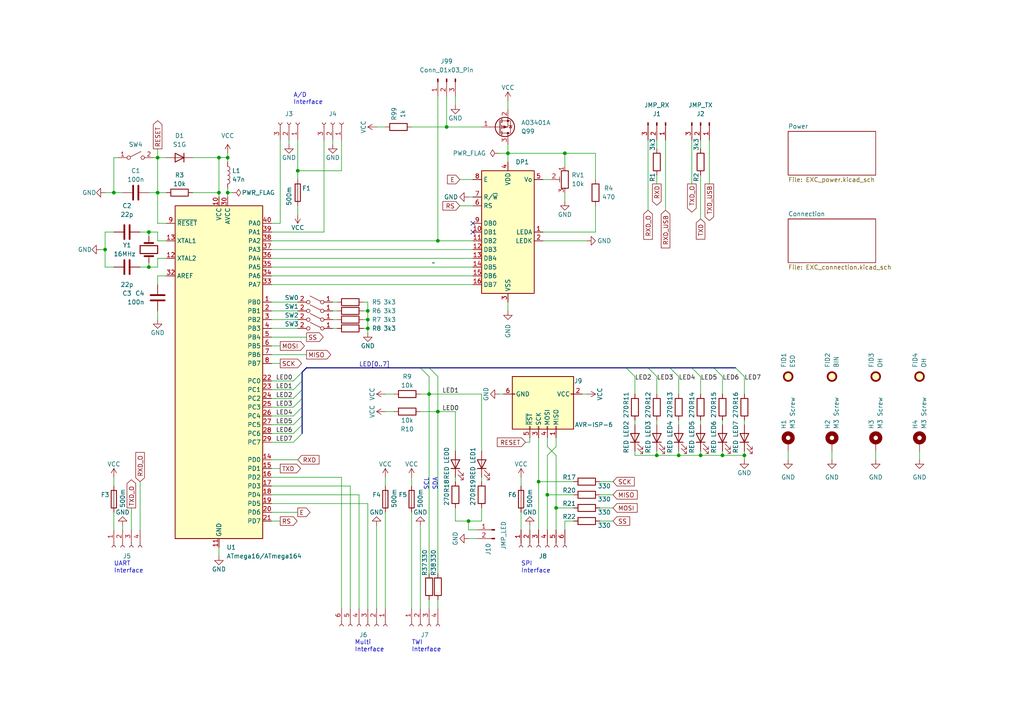
<source format=kicad_sch>
(kicad_sch (version 20230121) (generator eeschema)
  (paper "A4")
  (title_block (title "${acronym} - ${title}") (date "${date}") (rev "${revision}") (company "${company}") (comment 1 "${creator}") (comment 2 "${license}"))
  (junction (at 156.21 139.7))
  (junction (at 147.32 44.45))
  (junction (at 209.55 132.08))
  (junction (at 190.5 132.08))
  (junction (at 106.68 92.71))
  (junction (at 86.36 49.53))
  (junction (at 203.2 132.08))
  (junction (at 45.72 45.72))
  (junction (at 196.85 132.08))
  (junction (at 127 69.85))
  (junction (at 106.68 95.25))
  (junction (at 33.02 55.88))
  (junction (at 45.72 55.88))
  (junction (at 124.46 114.3))
  (junction (at 129.54 36.83))
  (junction (at 66.04 45.72))
  (junction (at 43.18 77.47))
  (junction (at 127 119.38))
  (junction (at 43.18 67.31))
  (junction (at 66.04 55.88))
  (junction (at 106.68 90.17))
  (junction (at 135.89 151.13))
  (junction (at 163.83 44.45))
  (junction (at 161.29 147.32))
  (junction (at 63.5 45.72))
  (junction (at 63.5 55.88))
  (junction (at 30.48 72.39))
  (junction (at 215.9 132.08))
  (junction (at 158.75 143.51))
  (no_connect (at 137.16 64.77))
  (no_connect (at 137.16 67.31))
  (bus_entry (at 85.09 115.57) (size 2.54 -2.54))
  (bus_entry (at 200.66 106.68) (size 2.54 2.54))
  (bus_entry (at 187.96 106.68) (size 2.54 2.54))
  (bus_entry (at 124.46 106.68) (size 2.54 2.54))
  (bus_entry (at 85.09 123.19) (size 2.54 -2.54))
  (bus_entry (at 85.09 125.73) (size 2.54 -2.54))
  (bus_entry (at 85.09 120.65) (size 2.54 -2.54))
  (bus_entry (at 121.92 106.68) (size 2.54 2.54))
  (bus_entry (at 207.01 106.68) (size 2.54 2.54))
  (bus_entry (at 85.09 118.11) (size 2.54 -2.54))
  (bus_entry (at 213.36 106.68) (size 2.54 2.54))
  (bus_entry (at 194.31 106.68) (size 2.54 2.54))
  (bus_entry (at 181.61 106.68) (size 2.54 2.54))
  (bus_entry (at 85.09 113.03) (size 2.54 -2.54))
  (bus_entry (at 85.09 110.49) (size 2.54 -2.54))
  (bus_entry (at 85.09 128.27) (size 2.54 -2.54))
  (wire (pts (xy 151.13 138.43) (xy 151.13 140.97)))
  (wire (pts (xy 48.26 74.93) (xy 45.72 74.93)))
  (wire (pts (xy 135.89 151.13) (xy 135.89 153.67)))
  (wire (pts (xy 196.85 121.92) (xy 196.85 123.19)))
  (wire (pts (xy 158.75 143.51) (xy 166.37 143.51)))
  (wire (pts (xy 63.5 55.88) (xy 63.5 57.15)))
  (wire (pts (xy 45.72 43.18) (xy 45.72 45.72)))
  (wire (pts (xy 193.04 60.96) (xy 193.04 40.64)))
  (wire (pts (xy 209.55 109.22) (xy 209.55 114.3)))
  (wire (pts (xy 111.76 138.43) (xy 111.76 140.97)))
  (wire (pts (xy 190.5 43.18) (xy 190.5 40.64)))
  (wire (pts (xy 78.74 133.35) (xy 86.36 133.35)))
  (wire (pts (xy 200.66 53.34) (xy 200.66 40.64)))
  (wire (pts (xy 215.9 132.08) (xy 215.9 133.35)))
  (wire (pts (xy 43.18 77.47) (xy 45.72 77.47)))
  (wire (pts (xy 135.89 153.67) (xy 138.43 153.67)))
  (wire (pts (xy 170.18 114.3) (xy 168.91 114.3)))
  (wire (pts (xy 78.74 74.93) (xy 137.16 74.93)))
  (wire (pts (xy 86.36 52.07) (xy 86.36 49.53)))
  (wire (pts (xy 135.89 156.21) (xy 138.43 156.21)))
  (wire (pts (xy 124.46 114.3) (xy 124.46 166.37)))
  (wire (pts (xy 161.29 147.32) (xy 166.37 147.32)))
  (wire (pts (xy 163.83 151.13) (xy 166.37 151.13)))
  (wire (pts (xy 78.74 135.89) (xy 81.28 135.89)))
  (wire (pts (xy 121.92 119.38) (xy 127 119.38)))
  (wire (pts (xy 105.41 90.17) (xy 106.68 90.17)))
  (wire (pts (xy 153.67 152.4) (xy 153.67 153.67)))
  (wire (pts (xy 96.52 87.63) (xy 97.79 87.63)))
  (wire (pts (xy 78.74 146.05) (xy 106.68 146.05)))
  (wire (pts (xy 132.08 27.94) (xy 132.08 30.48)))
  (wire (pts (xy 86.36 49.53) (xy 99.06 49.53)))
  (wire (pts (xy 30.48 77.47) (xy 33.02 77.47)))
  (bus (pts (xy 124.46 106.68) (xy 181.61 106.68)))
  (wire (pts (xy 106.68 92.71) (xy 106.68 95.25)))
  (wire (pts (xy 158.75 129.54) (xy 161.29 132.08)))
  (wire (pts (xy 124.46 173.99) (xy 124.46 176.53)))
  (wire (pts (xy 132.08 147.32) (xy 132.08 151.13)))
  (wire (pts (xy 147.32 90.17) (xy 147.32 87.63)))
  (wire (pts (xy 101.6 140.97) (xy 101.6 176.53)))
  (wire (pts (xy 96.52 90.17) (xy 97.79 90.17)))
  (wire (pts (xy 119.38 138.43) (xy 119.38 140.97)))
  (wire (pts (xy 157.48 67.31) (xy 172.72 67.31)))
  (wire (pts (xy 78.74 97.79) (xy 88.9 97.79)))
  (wire (pts (xy 163.83 48.26) (xy 163.83 44.45)))
  (bus (pts (xy 87.63 113.03) (xy 87.63 115.57)))
  (wire (pts (xy 33.02 45.72) (xy 33.02 55.88)))
  (wire (pts (xy 215.9 130.81) (xy 215.9 132.08)))
  (bus (pts (xy 88.9 106.68) (xy 121.92 106.68)))
  (wire (pts (xy 139.7 147.32) (xy 139.7 151.13)))
  (wire (pts (xy 78.74 151.13) (xy 81.28 151.13)))
  (wire (pts (xy 33.02 148.59) (xy 33.02 153.67)))
  (wire (pts (xy 109.22 152.4) (xy 109.22 176.53)))
  (wire (pts (xy 158.75 132.08) (xy 158.75 143.51)))
  (wire (pts (xy 127 119.38) (xy 132.08 119.38)))
  (wire (pts (xy 78.74 95.25) (xy 86.36 95.25)))
  (wire (pts (xy 153.67 128.27) (xy 153.67 127)))
  (wire (pts (xy 38.1 147.32) (xy 38.1 153.67)))
  (wire (pts (xy 78.74 102.87) (xy 88.9 102.87)))
  (wire (pts (xy 45.72 74.93) (xy 45.72 77.47)))
  (wire (pts (xy 78.74 69.85) (xy 127 69.85)))
  (wire (pts (xy 158.75 127) (xy 158.75 129.54)))
  (wire (pts (xy 196.85 130.81) (xy 196.85 132.08)))
  (wire (pts (xy 132.08 151.13) (xy 135.89 151.13)))
  (wire (pts (xy 147.32 29.21) (xy 147.32 31.75)))
  (wire (pts (xy 127 173.99) (xy 127 176.53)))
  (wire (pts (xy 190.5 121.92) (xy 190.5 123.19)))
  (wire (pts (xy 127 119.38) (xy 127 166.37)))
  (wire (pts (xy 43.18 55.88) (xy 45.72 55.88)))
  (wire (pts (xy 55.88 45.72) (xy 63.5 45.72)))
  (wire (pts (xy 163.83 58.42) (xy 163.83 55.88)))
  (wire (pts (xy 184.15 121.92) (xy 184.15 123.19)))
  (wire (pts (xy 81.28 40.64) (xy 81.28 64.77)))
  (wire (pts (xy 34.29 45.72) (xy 33.02 45.72)))
  (wire (pts (xy 43.18 76.2) (xy 43.18 77.47)))
  (wire (pts (xy 63.5 45.72) (xy 63.5 55.88)))
  (wire (pts (xy 66.04 54.61) (xy 66.04 55.88)))
  (wire (pts (xy 266.7 130.81) (xy 266.7 133.35)))
  (wire (pts (xy 35.56 152.4) (xy 35.56 153.67)))
  (wire (pts (xy 45.72 45.72) (xy 48.26 45.72)))
  (wire (pts (xy 86.36 49.53) (xy 86.36 40.64)))
  (bus (pts (xy 87.63 110.49) (xy 87.63 113.03)))
  (wire (pts (xy 228.6 130.81) (xy 228.6 133.35)))
  (wire (pts (xy 29.21 72.39) (xy 30.48 72.39)))
  (wire (pts (xy 124.46 114.3) (xy 139.7 114.3)))
  (wire (pts (xy 173.99 139.7) (xy 177.8 139.7)))
  (wire (pts (xy 78.74 100.33) (xy 81.28 100.33)))
  (wire (pts (xy 161.29 127) (xy 161.29 129.54)))
  (wire (pts (xy 196.85 132.08) (xy 203.2 132.08)))
  (wire (pts (xy 78.74 110.49) (xy 85.09 110.49)))
  (wire (pts (xy 45.72 80.01) (xy 45.72 82.55)))
  (bus (pts (xy 87.63 107.95) (xy 87.63 110.49)))
  (wire (pts (xy 190.5 53.34) (xy 190.5 50.8)))
  (wire (pts (xy 83.82 41.91) (xy 83.82 40.64)))
  (wire (pts (xy 215.9 132.08) (xy 209.55 132.08)))
  (wire (pts (xy 121.92 114.3) (xy 124.46 114.3)))
  (wire (pts (xy 96.52 92.71) (xy 97.79 92.71)))
  (wire (pts (xy 78.74 92.71) (xy 86.36 92.71)))
  (wire (pts (xy 173.99 151.13) (xy 177.8 151.13)))
  (wire (pts (xy 205.74 53.34) (xy 205.74 40.64)))
  (wire (pts (xy 111.76 119.38) (xy 114.3 119.38)))
  (wire (pts (xy 105.41 92.71) (xy 106.68 92.71)))
  (wire (pts (xy 173.99 143.51) (xy 177.8 143.51)))
  (wire (pts (xy 157.48 69.85) (xy 170.18 69.85)))
  (wire (pts (xy 163.83 151.13) (xy 163.83 153.67)))
  (wire (pts (xy 215.9 121.92) (xy 215.9 123.19)))
  (wire (pts (xy 151.13 148.59) (xy 151.13 153.67)))
  (wire (pts (xy 133.35 59.69) (xy 137.16 59.69)))
  (wire (pts (xy 45.72 90.17) (xy 45.72 92.71)))
  (wire (pts (xy 43.18 67.31) (xy 43.18 68.58)))
  (wire (pts (xy 139.7 114.3) (xy 139.7 130.81)))
  (wire (pts (xy 147.32 44.45) (xy 163.83 44.45)))
  (wire (pts (xy 66.04 55.88) (xy 66.04 57.15)))
  (wire (pts (xy 78.74 138.43) (xy 99.06 138.43)))
  (wire (pts (xy 78.74 140.97) (xy 101.6 140.97)))
  (wire (pts (xy 144.78 114.3) (xy 146.05 114.3)))
  (wire (pts (xy 203.2 132.08) (xy 209.55 132.08)))
  (wire (pts (xy 203.2 43.18) (xy 203.2 40.64)))
  (wire (pts (xy 139.7 138.43) (xy 139.7 139.7)))
  (wire (pts (xy 119.38 148.59) (xy 119.38 176.53)))
  (wire (pts (xy 172.72 59.69) (xy 172.72 67.31)))
  (wire (pts (xy 40.64 139.7) (xy 40.64 153.67)))
  (wire (pts (xy 63.5 158.75) (xy 63.5 161.29)))
  (wire (pts (xy 43.18 67.31) (xy 45.72 67.31)))
  (wire (pts (xy 78.74 67.31) (xy 93.98 67.31)))
  (wire (pts (xy 203.2 109.22) (xy 203.2 114.3)))
  (wire (pts (xy 106.68 90.17) (xy 106.68 92.71)))
  (wire (pts (xy 104.14 143.51) (xy 104.14 176.53)))
  (wire (pts (xy 78.74 143.51) (xy 104.14 143.51)))
  (wire (pts (xy 78.74 128.27) (xy 85.09 128.27)))
  (wire (pts (xy 93.98 40.64) (xy 93.98 67.31)))
  (wire (pts (xy 196.85 109.22) (xy 196.85 114.3)))
  (wire (pts (xy 66.04 46.99) (xy 66.04 45.72)))
  (wire (pts (xy 135.89 57.15) (xy 137.16 57.15)))
  (wire (pts (xy 203.2 63.5) (xy 203.2 50.8)))
  (wire (pts (xy 163.83 44.45) (xy 172.72 44.45)))
  (wire (pts (xy 45.72 55.88) (xy 48.26 55.88)))
  (wire (pts (xy 147.32 44.45) (xy 147.32 46.99)))
  (wire (pts (xy 78.74 118.11) (xy 85.09 118.11)))
  (wire (pts (xy 96.52 95.25) (xy 97.79 95.25)))
  (wire (pts (xy 45.72 45.72) (xy 45.72 55.88)))
  (bus (pts (xy 181.61 106.68) (xy 187.96 106.68)))
  (wire (pts (xy 33.02 55.88) (xy 35.56 55.88)))
  (wire (pts (xy 184.15 109.22) (xy 184.15 114.3)))
  (wire (pts (xy 127 27.94) (xy 127 69.85)))
  (wire (pts (xy 86.36 62.23) (xy 86.36 59.69)))
  (bus (pts (xy 87.63 120.65) (xy 87.63 123.19)))
  (wire (pts (xy 172.72 44.45) (xy 172.72 52.07)))
  (wire (pts (xy 190.5 130.81) (xy 190.5 132.08)))
  (wire (pts (xy 190.5 132.08) (xy 196.85 132.08)))
  (wire (pts (xy 129.54 27.94) (xy 129.54 36.83)))
  (bus (pts (xy 87.63 118.11) (xy 87.63 120.65)))
  (wire (pts (xy 78.74 72.39) (xy 137.16 72.39)))
  (wire (pts (xy 133.35 52.07) (xy 137.16 52.07)))
  (wire (pts (xy 30.48 77.47) (xy 30.48 72.39)))
  (wire (pts (xy 127 109.22) (xy 127 119.38)))
  (wire (pts (xy 78.74 64.77) (xy 81.28 64.77)))
  (wire (pts (xy 78.74 82.55) (xy 137.16 82.55)))
  (wire (pts (xy 132.08 119.38) (xy 132.08 130.81)))
  (wire (pts (xy 111.76 114.3) (xy 114.3 114.3)))
  (wire (pts (xy 48.26 80.01) (xy 45.72 80.01)))
  (wire (pts (xy 121.92 152.4) (xy 121.92 176.53)))
  (wire (pts (xy 158.75 143.51) (xy 158.75 153.67)))
  (wire (pts (xy 156.21 139.7) (xy 166.37 139.7)))
  (wire (pts (xy 78.74 125.73) (xy 85.09 125.73)))
  (wire (pts (xy 78.74 120.65) (xy 85.09 120.65)))
  (wire (pts (xy 44.45 45.72) (xy 45.72 45.72)))
  (bus (pts (xy 87.63 107.95) (xy 88.9 106.68)))
  (wire (pts (xy 45.72 69.85) (xy 45.72 67.31)))
  (wire (pts (xy 209.55 130.81) (xy 209.55 132.08)))
  (wire (pts (xy 156.21 139.7) (xy 156.21 153.67)))
  (wire (pts (xy 127 69.85) (xy 137.16 69.85)))
  (wire (pts (xy 119.38 36.83) (xy 129.54 36.83)))
  (bus (pts (xy 194.31 106.68) (xy 200.66 106.68)))
  (wire (pts (xy 78.74 113.03) (xy 85.09 113.03)))
  (wire (pts (xy 45.72 64.77) (xy 48.26 64.77)))
  (wire (pts (xy 106.68 96.52) (xy 106.68 95.25)))
  (wire (pts (xy 106.68 146.05) (xy 106.68 176.53)))
  (wire (pts (xy 173.99 147.32) (xy 177.8 147.32)))
  (wire (pts (xy 160.02 52.07) (xy 157.48 52.07)))
  (wire (pts (xy 66.04 55.88) (xy 67.31 55.88)))
  (wire (pts (xy 129.54 36.83) (xy 139.7 36.83)))
  (wire (pts (xy 111.76 148.59) (xy 111.76 176.53)))
  (wire (pts (xy 78.74 105.41) (xy 81.28 105.41)))
  (wire (pts (xy 184.15 132.08) (xy 190.5 132.08)))
  (wire (pts (xy 99.06 40.64) (xy 99.06 49.53)))
  (wire (pts (xy 96.52 41.91) (xy 96.52 40.64)))
  (bus (pts (xy 87.63 123.19) (xy 87.63 125.73)))
  (bus (pts (xy 87.63 115.57) (xy 87.63 118.11)))
  (wire (pts (xy 30.48 55.88) (xy 33.02 55.88)))
  (wire (pts (xy 190.5 109.22) (xy 190.5 114.3)))
  (bus (pts (xy 121.92 106.68) (xy 124.46 106.68)))
  (wire (pts (xy 78.74 80.01) (xy 137.16 80.01)))
  (wire (pts (xy 147.32 41.91) (xy 147.32 44.45)))
  (wire (pts (xy 144.78 44.45) (xy 147.32 44.45)))
  (wire (pts (xy 55.88 55.88) (xy 63.5 55.88)))
  (wire (pts (xy 78.74 77.47) (xy 137.16 77.47)))
  (wire (pts (xy 30.48 72.39) (xy 30.48 67.31)))
  (wire (pts (xy 78.74 123.19) (xy 85.09 123.19)))
  (wire (pts (xy 105.41 95.25) (xy 106.68 95.25)))
  (wire (pts (xy 152.4 128.27) (xy 153.67 128.27)))
  (wire (pts (xy 161.29 147.32) (xy 161.29 153.67)))
  (wire (pts (xy 215.9 109.22) (xy 215.9 114.3)))
  (wire (pts (xy 78.74 115.57) (xy 85.09 115.57)))
  (wire (pts (xy 203.2 130.81) (xy 203.2 132.08)))
  (wire (pts (xy 78.74 148.59) (xy 86.36 148.59)))
  (wire (pts (xy 78.74 87.63) (xy 86.36 87.63)))
  (bus (pts (xy 200.66 106.68) (xy 207.01 106.68)))
  (wire (pts (xy 99.06 138.43) (xy 99.06 176.53)))
  (wire (pts (xy 241.3 130.81) (xy 241.3 133.35)))
  (wire (pts (xy 184.15 130.81) (xy 184.15 132.08)))
  (wire (pts (xy 161.29 132.08) (xy 161.29 147.32)))
  (wire (pts (xy 106.68 87.63) (xy 106.68 90.17)))
  (wire (pts (xy 48.26 69.85) (xy 45.72 69.85)))
  (wire (pts (xy 124.46 109.22) (xy 124.46 114.3)))
  (wire (pts (xy 209.55 121.92) (xy 209.55 123.19)))
  (wire (pts (xy 40.64 67.31) (xy 43.18 67.31)))
  (wire (pts (xy 33.02 138.43) (xy 33.02 140.97)))
  (wire (pts (xy 187.96 60.96) (xy 187.96 40.64)))
  (wire (pts (xy 132.08 138.43) (xy 132.08 139.7)))
  (wire (pts (xy 66.04 45.72) (xy 66.04 44.45)))
  (wire (pts (xy 78.74 90.17) (xy 86.36 90.17)))
  (wire (pts (xy 63.5 45.72) (xy 66.04 45.72)))
  (wire (pts (xy 156.21 127) (xy 156.21 139.7)))
  (wire (pts (xy 203.2 121.92) (xy 203.2 123.19)))
  (wire (pts (xy 30.48 67.31) (xy 33.02 67.31)))
  (wire (pts (xy 254 130.81) (xy 254 133.35)))
  (wire (pts (xy 109.22 36.83) (xy 111.76 36.83)))
  (bus (pts (xy 187.96 106.68) (xy 194.31 106.68)))
  (wire (pts (xy 45.72 55.88) (xy 45.72 64.77)))
  (bus (pts (xy 207.01 106.68) (xy 213.36 106.68)))
  (wire (pts (xy 135.89 151.13) (xy 139.7 151.13)))
  (wire (pts (xy 40.64 77.47) (xy 43.18 77.47)))
  (wire (pts (xy 105.41 87.63) (xy 106.68 87.63)))
  (wire (pts (xy 161.29 129.54) (xy 158.75 132.08)))
  (text "Multi\nInterface" (at 102.87 189.23 0) (effects (font (size 1.27 1.27)) (justify left bottom)))
  (text "UART\nInterface" (at 33.02 166.37 0) (effects (font (size 1.27 1.27)) (justify left bottom)))
  (text "A/D\nInterface" (at 85.09 30.48 0) (effects (font (size 1.27 1.27)) (justify left bottom)))
  (text "TWI\nInterface" (at 119.38 189.23 0) (effects (font (size 1.27 1.27)) (justify left bottom)))
  (text "SCL" (at 124.46 142.24 90) (effects (font (size 1.27 1.27)) (justify left bottom)))
  (text "SDA" (at 127 142.24 90) (effects (font (size 1.27 1.27)) (justify left bottom)))
  (text "SPI\nInterface" (at 151.13 166.37 0) (effects (font (size 1.27 1.27)) (justify left bottom)))
  (label "LED3" (at 190.5 110.49 0))
  (label "LED1" (at 80.01 113.03 0))
  (label "LED6" (at 80.01 125.73 0))
  (label "LED6" (at 209.55 110.49 0))
  (label "LED2" (at 184.15 110.49 0))
  (label "LED[0..7]" (at 104.14 106.68 0))
  (label "LED3" (at 80.01 118.11 0))
  (label "LED7" (at 215.9 110.49 0))
  (label "LED0" (at 128.27 119.38 0))
  (label "LED4" (at 196.85 110.49 0))
  (label "LED4" (at 80.01 120.65 0))
  (label "LED0" (at 80.01 110.49 0))
  (label "LED5" (at 80.01 123.19 0))
  (label "LED1" (at 128.27 114.3 0))
  (label "LED7" (at 80.01 128.27 0))
  (label "LED5" (at 203.2 110.49 0))
  (label "LED2" (at 80.01 115.57 0))
  (global_label "TXD_USB" (shape output) (at 205.74 53.34 270) (property "Intersheetrefs" "${INTERSHEET_REFS}" (effects hide)))
  (global_label "MOSI" (shape input) (at 177.8 147.32 0) (property "Intersheetrefs" "${INTERSHEET_REFS}" (effects hide)))
  (global_label "RS" (shape output) (at 81.28 151.13 0) (property "Intersheetrefs" "${INTERSHEET_REFS}" (effects hide)))
  (global_label "TXD_O" (shape output) (at 38.1 147.32 90) (property "Intersheetrefs" "${INTERSHEET_REFS}" (effects hide)))
  (global_label "RS" (shape input) (at 133.35 59.69 180) (property "Intersheetrefs" "${INTERSHEET_REFS}" (effects hide)))
  (global_label "RXD" (shape output) (at 190.5 53.34 270) (property "Intersheetrefs" "${INTERSHEET_REFS}" (effects hide)))
  (global_label "RXD_USB" (shape input) (at 193.04 60.96 270) (property "Intersheetrefs" "${INTERSHEET_REFS}" (effects hide)))
  (global_label "SCK" (shape input) (at 177.8 139.7 0) (property "Intersheetrefs" "${INTERSHEET_REFS}" (effects hide)))
  (global_label "MISO" (shape output) (at 88.9 102.87 0) (property "Intersheetrefs" "${INTERSHEET_REFS}" (effects hide)))
  (global_label "TXD" (shape input) (at 203.2 63.5 270) (property "Intersheetrefs" "${INTERSHEET_REFS}" (effects hide)))
  (global_label "RXD_O" (shape input) (at 40.64 139.7 90) (property "Intersheetrefs" "${INTERSHEET_REFS}" (effects hide)))
  (global_label "SCK" (shape output) (at 81.28 105.41 0) (property "Intersheetrefs" "${INTERSHEET_REFS}" (effects hide)))
  (global_label "RESET" (shape input) (at 152.4 128.27 180) (property "Intersheetrefs" "${INTERSHEET_REFS}" (effects hide)))
  (global_label "SS" (shape input) (at 177.8 151.13 0) (property "Intersheetrefs" "${INTERSHEET_REFS}" (effects hide)))
  (global_label "E" (shape input) (at 133.35 52.07 180) (property "Intersheetrefs" "${INTERSHEET_REFS}" (effects hide)))
  (global_label "TXD" (shape output) (at 81.28 135.89 0) (property "Intersheetrefs" "${INTERSHEET_REFS}" (effects hide)))
  (global_label "RESET" (shape output) (at 45.72 43.18 90) (property "Intersheetrefs" "${INTERSHEET_REFS}" (effects hide)))
  (global_label "RXD_O" (shape input) (at 187.96 60.96 270) (property "Intersheetrefs" "${INTERSHEET_REFS}" (effects hide)))
  (global_label "RXD" (shape input) (at 86.36 133.35 0) (property "Intersheetrefs" "${INTERSHEET_REFS}" (effects hide)))
  (global_label "SS" (shape output) (at 88.9 97.79 0) (property "Intersheetrefs" "${INTERSHEET_REFS}" (effects hide)))
  (global_label "E" (shape output) (at 86.36 148.59 0) (property "Intersheetrefs" "${INTERSHEET_REFS}" (effects hide)))
  (global_label "TXD_O" (shape output) (at 200.66 53.34 270) (property "Intersheetrefs" "${INTERSHEET_REFS}" (effects hide)))
  (global_label "MOSI" (shape output) (at 81.28 100.33 0) (property "Intersheetrefs" "${INTERSHEET_REFS}" (effects hide)))
  (global_label "MISO" (shape input) (at 177.8 143.51 0) (property "Intersheetrefs" "${INTERSHEET_REFS}" (effects hide)))
  (symbol (lib_id "Mechanical:Fiducial") (at 241.3 109.22 0) (unit 1)
    (property "Reference" "FID2" (at 240.03 106.68 90) (effects (justify left)))
    (property "Value" "BIN" (at 242.57 106.68 90) (effects (justify left)))
    (property "Footprint" "Symbol:WEEE-Logo_4.2x6mm_SilkScreen" (effects hide))
  )
  (symbol (lib_id "power:PWR_FLAG") (at 144.78 44.45 90) (unit 1)
    (property "Reference" "#FLG06" (effects hide))
    (property "Value" "PWR_FLAG" (at 140.97 44.45 90) (effects (justify left)))
  )
  (symbol (lib_id "Device:R") (at 170.18 143.51 90) (unit 1)
    (property "Reference" "R20" (at 165.1 142.24 90))
    (property "Value" "330" (at 175.26 144.78 90))
    (property "Footprint" "Resistor_SMD:R_1206_3216Metric" (effects hide))
    (property "Vendor" "HTL" (effects hide))
    (property "VendorId" "102940" (effects hide))
  )
  (symbol (lib_id "Device:C") (at 39.37 55.88 90) (unit 1)
    (property "Reference" "C1" (at 39.37 49.53 90))
    (property "Value" "100n" (at 39.37 52.07 90))
    (property "Footprint" "Capacitor_SMD:C_1206_3216Metric" (effects hide))
    (property "Vendor" "HTL" (effects hide))
    (property "VendorId" "100128" (effects hide))
  )
  (symbol (lib_id "power:GND") (at 96.52 41.91 0) (mirror y) (unit 1)
    (property "Reference" "#PWR04" (effects hide))
    (property "Value" "GND" (at 96.52 45.72 0))
  )
  (symbol (lib_id "Device:R") (at 203.2 46.99 0) (mirror x) (unit 1)
    (property "Reference" "R2" (at 201.93 51.435 90))
    (property "Value" "3k3" (at 201.93 41.91 90))
    (property "Footprint" "Resistor_SMD:R_1206_3216Metric" (effects hide))
    (property "Vendor" "HTL" (effects hide))
    (property "VendorId" "102959" (effects hide))
  )
  (symbol (lib_id "power:GND") (at 106.68 96.52 0) (unit 1)
    (property "Reference" "#PWR016" (effects hide))
    (property "Value" "GND" (at 106.68 100.33 0))
  )
  (symbol (lib_id "power:GND") (at 153.67 152.4 180) (unit 1)
    (property "Reference" "#PWR033" (effects hide))
    (property "Value" "GND" (at 153.67 148.59 0))
  )
  (symbol (lib_id "power:VCC") (at 66.04 44.45 0) (unit 1)
    (property "Reference" "#PWR05" (effects hide))
    (property "Value" "VCC" (at 66.04 39.37 0))
  )
  (symbol (lib_id "power:GND") (at 163.83 58.42 0) (unit 1)
    (property "Reference" "#PWR02" (effects hide))
    (property "Value" "GND" (at 163.83 62.23 0))
  )
  (symbol (lib_id "Device:Fuse") (at 86.36 55.88 180) (unit 1)
    (property "Reference" "F1" (at 87.63 54.61 0) (effects (justify right)))
    (property "Value" "500m" (at 83.82 59.69 90) (effects (justify right)))
    (property "Footprint" "Fuse:Fuse_1206_3216Metric" (effects hide))
    (property "Vendor" "DigiKey" (effects hide))
    (property "VendorId" "507-1800-1-ND" (effects hide))
  )
  (symbol (lib_id "Switch:SW_SPST") (at 91.44 87.63 0) (mirror y) (unit 1)
    (property "Reference" "SW0" (at 82.55 86.36 0) (effects (justify right)))
    (property "Value" "SW_SPST" (effects hide))
    (property "Footprint" "Button_Switch_SMD:SW_SPST_PTS645" (effects hide))
    (property "Vendor" "HTL" (effects hide))
    (property "VendorId" "101612" (effects hide))
  )
  (symbol (lib_id "power:VCC") (at 86.36 62.23 180) (unit 1)
    (property "Reference" "#PWR08" (effects hide))
    (property "Value" "VCC" (at 86.36 66.04 0))
  )
  (symbol (lib_id "power:GND") (at 83.82 41.91 0) (mirror y) (unit 1)
    (property "Reference" "#PWR03" (effects hide))
    (property "Value" "GND" (at 83.82 45.72 0))
  )
  (symbol (lib_id "Device:LED") (at 215.9 127 90) (unit 1)
    (property "Reference" "LED7" (at 213.36 124.46 0))
    (property "Value" "RED" (at 213.36 129.54 0))
    (property "Footprint" "LED_SMD:LED_1206_3216Metric" (effects hide))
    (property "Vendor" "HTL" (effects hide))
    (property "VendorId" "100459" (effects hide))
  )
  (symbol (lib_id "power:GND") (at 30.48 55.88 270) (unit 1)
    (property "Reference" "#PWR07" (effects hide))
    (property "Value" "GND" (at 27.94 55.88 90) (effects (justify right)))
  )
  (symbol (lib_id "Device:LED") (at 196.85 127 90) (unit 1)
    (property "Reference" "LED4" (at 194.31 124.46 0))
    (property "Value" "RED" (at 194.31 129.54 0))
    (property "Footprint" "LED_SMD:LED_1206_3216Metric" (effects hide))
    (property "Vendor" "HTL" (effects hide))
    (property "VendorId" "100459" (effects hide))
  )
  (symbol (lib_id "power:GND") (at 215.9 133.35 0) (unit 1)
    (property "Reference" "#PWR021" (effects hide))
    (property "Value" "GND" (at 215.9 137.16 0))
  )
  (symbol (lib_id "power:GND") (at 121.92 152.4 180) (unit 1)
    (property "Reference" "#PWR032" (effects hide))
    (property "Value" "GND" (at 121.92 148.59 0))
  )
  (symbol (lib_id "Mechanical:Fiducial") (at 228.6 109.22 0) (unit 1)
    (property "Reference" "FID1" (at 227.33 106.68 90) (effects (justify left)))
    (property "Value" "ESD" (at 229.87 106.68 90) (effects (justify left)))
    (property "Footprint" "Symbol:ESD-Logo_6.6x6mm_SilkScreen" (effects hide))
  )
  (symbol (lib_id "power:PWR_FLAG") (at 67.31 55.88 270) (unit 1)
    (property "Reference" "#FLG01" (effects hide))
    (property "Value" "PWR_FLAG" (at 74.93 55.88 90))
  )
  (symbol (lib_id "power:GND") (at 35.56 152.4 180) (unit 1)
    (property "Reference" "#PWR030" (effects hide))
    (property "Value" "GND" (at 35.56 148.59 0))
  )
  (symbol (lib_id "Mechanical:Fiducial") (at 266.7 109.22 0) (unit 1)
    (property "Reference" "FID4" (at 265.43 106.68 90) (effects (justify left)))
    (property "Value" "OH" (at 267.97 106.68 90) (effects (justify left)))
    (property "Footprint" "Images:QR_0x007e" (effects hide))
  )
  (symbol (lib_id "Device:R") (at 190.5 118.11 0) (unit 1)
    (property "Reference" "R12" (at 187.96 115.57 90))
    (property "Value" "270" (at 187.96 119.38 90))
    (property "Footprint" "Resistor_SMD:R_1206_3216Metric" (effects hide))
    (property "Vendor" "HTL" (effects hide))
    (property "VendorId" "102938" (effects hide))
  )
  (symbol (lib_id "power:VCC") (at 109.22 36.83 90) (unit 1)
    (property "Reference" "#PWR01" (effects hide))
    (property "Value" "VCC" (at 105.41 36.83 0))
  )
  (symbol (lib_id "Device:LED") (at 139.7 134.62 90) (unit 1)
    (property "Reference" "LED1" (at 137.16 132.08 0))
    (property "Value" "RED" (at 137.16 137.16 0))
    (property "Footprint" "LED_SMD:LED_1206_3216Metric" (effects hide))
    (property "Vendor" "HTL" (effects hide))
    (property "VendorId" "100459" (effects hide))
  )
  (symbol (lib_id "Mechanical:MountingHole_Pad") (at 228.6 128.27 0) (unit 1)
    (property "Reference" "H1" (at 227.33 124.46 90) (effects (justify left)))
    (property "Value" "M3 Screw" (at 229.87 124.46 90) (effects (justify left)))
    (property "Footprint" "MountingHole:MountingHole_3.2mm_M3_DIN965_Pad" (effects hide))
    (property "Vendor" "HTL" (effects hide))
    (property "VendorId" "101021, 101384" (effects hide))
  )
  (symbol (lib_id "Connector:Conn_01x02_Pin") (at 143.51 153.67 0) (mirror y) (unit 1)
    (property "Reference" "J10" (at 141.605 157.48 90) (effects (justify right)))
    (property "Value" "JMP_LED" (at 146.05 151.13 90) (effects (justify right)))
    (property "Footprint" "Connector_PinHeader_2.54mm:PinHeader_1x02_P2.54mm_Vertical" (effects hide))
    (property "Vendor" "HTL" (effects hide))
    (property "VendorId" "101521" (effects hide))
  )
  (symbol (lib_id "Mechanical:MountingHole_Pad") (at 254 128.27 0) (unit 1)
    (property "Reference" "H3" (at 252.73 124.46 90) (effects (justify left)))
    (property "Value" "M3 Screw" (at 255.27 124.46 90) (effects (justify left)))
    (property "Footprint" "MountingHole:MountingHole_3.2mm_M3_DIN965_Pad" (effects hide))
    (property "Vendor" "HTL" (effects hide))
    (property "VendorId" "101021, 101384" (effects hide))
  )
  (symbol (lib_id "Device:C") (at 45.72 86.36 0) (mirror y) (unit 1)
    (property "Reference" "C4" (at 41.91 85.09 0) (effects (justify left)))
    (property "Value" "100n" (at 41.91 87.63 0) (effects (justify left)))
    (property "Footprint" "Capacitor_SMD:C_1206_3216Metric" (effects hide))
    (property "Vendor" "HTL" (effects hide))
    (property "VendorId" "100128" (effects hide))
  )
  (symbol (lib_id "Connector:Conn_01x03_Pin") (at 129.54 22.86 90) (mirror x) (unit 1)
    (property "Reference" "J99" (at 129.54 17.78 90))
    (property "Value" "Conn_01x03_Pin" (at 129.54 20.32 90))
    (property "Footprint" "Connector_PinHeader_2.54mm:PinHeader_1x03_P2.54mm_Horizontal" (effects hide))
    (property "Vendor" "HTL" (effects hide))
    (property "VendorId" "101521" (effects hide))
  )
  (symbol (lib_id "Device:R") (at 52.07 55.88 90) (unit 1)
    (property "Reference" "R3" (at 52.07 50.8 90))
    (property "Value" "10k" (at 52.07 53.34 90))
    (property "Footprint" "Resistor_SMD:R_1206_3216Metric" (effects hide))
    (property "Vendor" "HTL" (effects hide))
    (property "VendorId" "102967" (effects hide))
  )
  (symbol (lib_id "Device:R") (at 170.18 139.7 90) (unit 1)
    (property "Reference" "R17" (at 165.1 138.43 90))
    (property "Value" "330" (at 175.26 140.97 90))
    (property "Footprint" "Resistor_SMD:R_1206_3216Metric" (effects hide))
    (property "Vendor" "HTL" (effects hide))
    (property "VendorId" "102940" (effects hide))
  )
  (symbol (lib_id "power:GND") (at 29.21 72.39 270) (unit 1)
    (property "Reference" "#PWR013" (effects hide))
    (property "Value" "GND" (at 26.67 72.39 90) (effects (justify right)))
  )
  (symbol (lib_id "MCU_Microchip_ATmega:ATmega16A-P") (at 63.5 107.95 0) (unit 1)
    (property "Reference" "U1" (at 65.6941 158.75 0) (effects (justify left)))
    (property "Value" "ATmega16/ATmega164" (at 65.6941 161.29 0) (effects (justify left)))
    (property "Footprint" "Package_DIP:DIP-40_W15.24mm_LongPads" (effects hide))
    (property "Datasheet" "http://ww1.microchip.com/downloads/en/DeviceDoc/Atmel-8154-8-bit-AVR-ATmega16A_Datasheet.pdf" (effects hide))
    (property "Vendor" "DigiKey" (effects hide))
    (property "VendorId" "ATMEGA164A-PU-ND" (effects hide))
  )
  (symbol (lib_id "power:GND") (at 135.89 156.21 270) (unit 1)
    (property "Reference" "#PWR035" (effects hide))
    (property "Value" "GND" (at 132.08 156.21 0))
  )
  (symbol (lib_id "Device:R") (at 124.46 170.18 180) (unit 1)
    (property "Reference" "R37" (at 123.19 165.1 90))
    (property "Value" "330" (at 123.19 161.29 90))
    (property "Footprint" "Resistor_SMD:R_1206_3216Metric" (effects hide))
    (property "Vendor" "HTL" (effects hide))
    (property "VendorId" "102940" (effects hide))
  )
  (symbol (lib_id "power:GND") (at 135.89 57.15 270) (mirror x) (unit 1)
    (property "Reference" "#PWR010" (effects hide))
    (property "Value" "GND" (at 130.81 57.15 90))
  )
  (symbol (lib_id "Device:R") (at 118.11 114.3 90) (unit 1)
    (property "Reference" "R9" (at 118.11 109.22 90))
    (property "Value" "10k" (at 118.11 111.76 90))
    (property "Footprint" "Resistor_SMD:R_1206_3216Metric" (effects hide))
    (property "Vendor" "HTL" (effects hide))
    (property "VendorId" "102967" (effects hide))
  )
  (symbol (lib_id "Device:R") (at 101.6 92.71 270) (mirror x) (unit 1)
    (property "Reference" "R7" (at 109.22 92.71 90))
    (property "Value" "3k3" (at 113.03 92.71 90))
    (property "Footprint" "Resistor_SMD:R_1206_3216Metric" (effects hide))
    (property "Vendor" "HTL" (effects hide))
    (property "VendorId" "102959" (effects hide))
  )
  (symbol (lib_id "Device:LED") (at 209.55 127 90) (unit 1)
    (property "Reference" "LED6" (at 207.01 124.46 0))
    (property "Value" "RED" (at 207.01 129.54 0))
    (property "Footprint" "LED_SMD:LED_1206_3216Metric" (effects hide))
    (property "Vendor" "HTL" (effects hide))
    (property "VendorId" "100459" (effects hide))
  )
  (symbol (lib_id "power:GND") (at 228.6 133.35 0) (mirror y) (unit 1)
    (property "Reference" "#PWR022" (effects hide))
    (property "Value" "GND" (at 228.6 138.43 0))
  )
  (symbol (lib_id "Device:D") (at 52.07 45.72 180) (unit 1)
    (property "Reference" "D1" (at 52.07 39.37 0))
    (property "Value" "S1G" (at 52.07 41.91 0))
    (property "Footprint" "Diode_SMD:D_MiniMELF" (effects hide))
    (property "Sim.Device" "D" (effects hide))
    (property "Sim.Pins" "1=K 2=A" (effects hide))
    (property "Vendor" "DigiKey" (effects hide))
    (property "VendorId" "LL4148FSCT-ND" (effects hide))
  )
  (symbol (lib_id "power:GND") (at 266.7 133.35 0) (mirror y) (unit 1)
    (property "Reference" "#PWR025" (effects hide))
    (property "Value" "GND" (at 266.7 138.43 0))
  )
  (symbol (lib_id "Device:L") (at 66.04 50.8 0) (unit 1)
    (property "Reference" "L1" (at 67.31 49.53 0) (effects (justify left)))
    (property "Value" "47n" (at 67.31 52.07 0) (effects (justify left)))
    (property "Footprint" "Inductor_SMD:L_1206_3216Metric_Pad1.42x1.75mm_HandSolder" (effects hide))
    (property "Vendor" "DigiKey" (effects hide))
    (property "VendorId" "283-MCQ1V3216-R047-RCT-ND" (effects hide))
  )
  (symbol (lib_id "Device:LED") (at 203.2 127 90) (unit 1)
    (property "Reference" "LED5" (at 200.66 124.46 0))
    (property "Value" "RED" (at 200.66 129.54 0))
    (property "Footprint" "LED_SMD:LED_1206_3216Metric" (effects hide))
    (property "Vendor" "HTL" (effects hide))
    (property "VendorId" "100459" (effects hide))
  )
  (symbol (lib_id "power:VCC") (at 170.18 114.3 270) (unit 1)
    (property "Reference" "#PWR019" (effects hide))
    (property "Value" "VCC" (at 173.99 114.3 0))
  )
  (symbol (lib_id "Switch:SW_SPST") (at 39.37 45.72 0) (unit 1)
    (property "Reference" "SW4" (at 39.37 41.91 0))
    (property "Value" "SW_SPST" (effects hide))
    (property "Footprint" "Button_Switch_SMD:SW_SPST_PTS645" (effects hide))
    (property "Vendor" "HTL" (effects hide))
    (property "VendorId" "101612" (effects hide))
  )
  (symbol (lib_id "Device:R") (at 101.6 87.63 270) (mirror x) (unit 1)
    (property "Reference" "R5" (at 109.22 87.63 90))
    (property "Value" "3k3" (at 113.03 87.63 90))
    (property "Footprint" "Resistor_SMD:R_1206_3216Metric" (effects hide))
    (property "Vendor" "HTL" (effects hide))
    (property "VendorId" "102959" (effects hide))
  )
  (symbol (lib_id "Mechanical:MountingHole_Pad") (at 241.3 128.27 0) (unit 1)
    (property "Reference" "H2" (at 240.03 124.46 90) (effects (justify left)))
    (property "Value" "M3 Screw" (at 242.57 124.46 90) (effects (justify left)))
    (property "Footprint" "MountingHole:MountingHole_3.2mm_M3_DIN965_Pad" (effects hide))
    (property "Vendor" "HTL" (effects hide))
    (property "VendorId" "101021, 101384" (effects hide))
  )
  (symbol (lib_id "Device:Fuse") (at 151.13 144.78 0) (mirror x) (unit 1)
    (property "Reference" "F6" (at 149.86 143.51 0) (effects (justify right)))
    (property "Value" "500m" (at 153.67 147.32 90) (effects (justify right)))
    (property "Footprint" "Fuse:Fuse_1206_3216Metric" (effects hide))
    (property "Vendor" "DigiKey" (effects hide))
    (property "VendorId" "507-1800-1-ND" (effects hide))
  )
  (symbol (lib_id "Connector:Conn_01x04_Socket") (at 35.56 158.75 90) (mirror x) (unit 1)
    (property "Reference" "J5" (at 36.83 161.29 90))
    (property "Value" "Conn_01x04_Socket" (effects hide))
    (property "Footprint" "Connector_PinSocket_2.54mm:PinSocket_1x04_P2.54mm_Vertical" (effects hide))
    (property "Vendor" "HTL" (effects hide))
    (property "VendorId" "101546" (effects hide))
  )
  (symbol (lib_id "Device:Crystal") (at 43.18 72.39 270) (unit 1)
    (property "Reference" "Y1" (at 38.1 71.12 90) (effects (justify right)))
    (property "Value" "16MHz" (at 39.37 73.66 90) (effects (justify right)))
    (property "Footprint" "Crystal:Crystal_SMD_Abracon_ABM3-2Pin_5.0x3.2mm" (effects hide))
    (property "Vendor" "DigiKey" (effects hide))
    (property "VendorId" "535-10638-1-ND" (effects hide))
  )
  (symbol (lib_id "power:GND") (at 241.3 133.35 0) (mirror y) (unit 1)
    (property "Reference" "#PWR023" (effects hide))
    (property "Value" "GND" (at 241.3 138.43 0))
  )
  (symbol (lib_id "power:VCC") (at 119.38 138.43 0) (unit 1)
    (property "Reference" "#PWR028" (effects hide))
    (property "Value" "VCC" (at 119.38 134.62 0))
  )
  (symbol (lib_id "Device:R") (at 170.18 147.32 90) (unit 1)
    (property "Reference" "R21" (at 165.1 146.05 90))
    (property "Value" "330" (at 175.26 148.59 90))
    (property "Footprint" "Resistor_SMD:R_1206_3216Metric" (effects hide))
    (property "Vendor" "HTL" (effects hide))
    (property "VendorId" "102940" (effects hide))
  )
  (symbol (lib_id "Device:LED") (at 184.15 127 90) (unit 1)
    (property "Reference" "LED2" (at 181.61 124.46 0))
    (property "Value" "RED" (at 181.61 129.54 0))
    (property "Footprint" "LED_SMD:LED_1206_3216Metric" (effects hide))
    (property "Vendor" "HTL" (effects hide))
    (property "VendorId" "100459" (effects hide))
  )
  (symbol (lib_id "Device:R") (at 118.11 119.38 90) (mirror x) (unit 1)
    (property "Reference" "R10" (at 118.11 124.46 90))
    (property "Value" "10k" (at 118.11 121.92 90))
    (property "Footprint" "Resistor_SMD:R_1206_3216Metric" (effects hide))
    (property "Vendor" "HTL" (effects hide))
    (property "VendorId" "102967" (effects hide))
  )
  (symbol (lib_id "Device:R") (at 215.9 118.11 0) (unit 1)
    (property "Reference" "R16" (at 213.36 115.57 90))
    (property "Value" "270" (at 213.36 119.38 90))
    (property "Footprint" "Resistor_SMD:R_1206_3216Metric" (effects hide))
    (property "Vendor" "HTL" (effects hide))
    (property "VendorId" "102938" (effects hide))
  )
  (symbol (lib_id "Device:R") (at 127 170.18 180) (unit 1)
    (property "Reference" "R38" (at 125.73 165.1 90))
    (property "Value" "330" (at 125.73 161.29 90))
    (property "Footprint" "Resistor_SMD:R_1206_3216Metric" (effects hide))
    (property "Vendor" "HTL" (effects hide))
    (property "VendorId" "102940" (effects hide))
  )
  (symbol (lib_id "Device:R") (at 184.15 118.11 0) (unit 1)
    (property "Reference" "R11" (at 181.61 115.57 90))
    (property "Value" "270" (at 181.61 119.38 90))
    (property "Footprint" "Resistor_SMD:R_1206_3216Metric" (effects hide))
    (property "Vendor" "HTL" (effects hide))
    (property "VendorId" "102938" (effects hide))
  )
  (symbol (lib_id "Device:R") (at 101.6 95.25 270) (mirror x) (unit 1)
    (property "Reference" "R8" (at 109.22 95.25 90))
    (property "Value" "3k3" (at 113.03 95.25 90))
    (property "Footprint" "Resistor_SMD:R_1206_3216Metric" (effects hide))
    (property "Vendor" "HTL" (effects hide))
    (property "VendorId" "102959" (effects hide))
  )
  (symbol (lib_id "power:GND") (at 254 133.35 0) (mirror y) (unit 1)
    (property "Reference" "#PWR024" (effects hide))
    (property "Value" "GND" (at 254 138.43 0))
  )
  (symbol (lib_id "Device:R") (at 132.08 143.51 0) (unit 1)
    (property "Reference" "R18" (at 129.54 140.97 90))
    (property "Value" "270" (at 129.54 144.78 90))
    (property "Footprint" "Resistor_SMD:R_1206_3216Metric" (effects hide))
    (property "Vendor" "HTL" (effects hide))
    (property "VendorId" "102938" (effects hide))
  )
  (symbol (lib_id "power:GND") (at 45.72 92.71 0) (unit 1)
    (property "Reference" "#PWR015" (effects hide))
    (property "Value" "GND" (at 45.72 96.52 0))
  )
  (symbol (lib_id "Device:R") (at 196.85 118.11 0) (unit 1)
    (property "Reference" "R13" (at 194.31 115.57 90))
    (property "Value" "270" (at 194.31 119.38 90))
    (property "Footprint" "Resistor_SMD:R_1206_3216Metric" (effects hide))
    (property "Vendor" "HTL" (effects hide))
    (property "VendorId" "102938" (effects hide))
  )
  (symbol (lib_id "Mechanical:Fiducial") (at 254 109.22 0) (unit 1)
    (property "Reference" "FID3" (at 252.73 106.68 90) (effects (justify left)))
    (property "Value" "OH" (at 255.27 106.68 90) (effects (justify left)))
    (property "Footprint" "Symbol:OSHW-Logo_5.7x6mm_SilkScreen" (effects hide))
  )
  (symbol (lib_id "Device:R") (at 172.72 55.88 0) (unit 1)
    (property "Reference" "R4" (at 176.53 54.61 0))
    (property "Value" "470" (at 176.53 57.15 0))
    (property "Footprint" "Resistor_SMD:R_1206_3216Metric" (effects hide))
    (property "Vendor" "HTL" (effects hide))
    (property "VendorId" "102944" (effects hide))
  )
  (symbol (lib_id "Device:LED") (at 132.08 134.62 90) (unit 1)
    (property "Reference" "LED0" (at 129.54 132.08 0))
    (property "Value" "RED" (at 129.54 137.16 0))
    (property "Footprint" "LED_SMD:LED_1206_3216Metric" (effects hide))
    (property "Vendor" "HTL" (effects hide))
    (property "VendorId" "100459" (effects hide))
  )
  (symbol (lib_id "Switch:SW_SPST") (at 91.44 90.17 0) (mirror y) (unit 1)
    (property "Reference" "SW1" (at 82.55 88.9 0) (effects (justify right)))
    (property "Value" "SW_SPST" (effects hide))
    (property "Footprint" "Button_Switch_SMD:SW_SPST_PTS645" (effects hide))
    (property "Vendor" "HTL" (effects hide))
    (property "VendorId" "101612" (effects hide))
  )
  (symbol (lib_id "power:GND") (at 144.78 114.3 270) (mirror x) (unit 1)
    (property "Reference" "#PWR018" (effects hide))
    (property "Value" "GND" (at 140.97 114.3 0))
  )
  (symbol (lib_id "power:VCC") (at 111.76 138.43 0) (mirror y) (unit 1)
    (property "Reference" "#PWR027" (effects hide))
    (property "Value" "VCC" (at 111.76 134.62 0))
  )
  (symbol (lib_id "Device:C") (at 36.83 67.31 90) (unit 1)
    (property "Reference" "C2" (at 36.83 59.69 90))
    (property "Value" "22p" (at 36.83 62.23 90))
    (property "Footprint" "Capacitor_SMD:C_1206_3216Metric" (effects hide))
    (property "Vendor" "HTL" (effects hide))
    (property "VendorId" "100105" (effects hide))
  )
  (symbol (lib_id "Switch:SW_SPST") (at 91.44 92.71 0) (mirror y) (unit 1)
    (property "Reference" "SW2" (at 82.55 91.44 0) (effects (justify right)))
    (property "Value" "SW_SPST" (effects hide))
    (property "Footprint" "Button_Switch_SMD:SW_SPST_PTS645" (effects hide))
    (property "Vendor" "HTL" (effects hide))
    (property "VendorId" "101612" (effects hide))
  )
  (symbol (lib_id "Transistor_FET:AO3401A") (at 144.78 36.83 0) (mirror x) (unit 1)
    (property "Reference" "Q99" (at 151.13 38.1 0) (effects (justify left)))
    (property "Value" "AO3401A" (at 151.13 35.56 0) (effects (justify left)))
    (property "Footprint" "Package_TO_SOT_SMD:SOT-23" (effects hide))
    (property "Datasheet" "http://www.aosmd.com/pdfs/datasheet/AO3401A.pdf" (effects hide))
    (property "Vendor" "HTL" (effects hide))
    (property "VendorId" "785-1001-1-ND" (effects hide))
  )
  (symbol (lib_id "Device:R") (at 170.18 151.13 90) (unit 1)
    (property "Reference" "R22" (at 165.1 149.86 90))
    (property "Value" "330" (at 175.26 152.4 90))
    (property "Footprint" "Resistor_SMD:R_1206_3216Metric" (effects hide))
    (property "Vendor" "HTL" (effects hide))
    (property "VendorId" "102940" (effects hide))
  )
  (symbol (lib_id "Mechanical:MountingHole_Pad") (at 266.7 128.27 0) (unit 1)
    (property "Reference" "H4" (at 265.43 124.46 90) (effects (justify left)))
    (property "Value" "M3 Screw" (at 267.97 124.46 90) (effects (justify left)))
    (property "Footprint" "MountingHole:MountingHole_3.2mm_M3_DIN965_Pad" (effects hide))
    (property "Vendor" "HTL" (effects hide))
    (property "VendorId" "101021, 101384" (effects hide))
  )
  (symbol (lib_id "Connector:Conn_01x03_Socket") (at 96.52 35.56 270) (mirror x) (unit 1)
    (property "Reference" "J4" (at 96.52 33.02 90))
    (property "Value" "Conn_01x03_Socket" (effects hide))
    (property "Footprint" "Connector_PinSocket_2.54mm:PinSocket_1x03_P2.54mm_Vertical" (effects hide))
    (property "Vendor" "HTL" (effects hide))
    (property "VendorId" "101546" (effects hide))
  )
  (symbol (lib_id "Device:C") (at 36.83 77.47 90) (mirror x) (unit 1)
    (property "Reference" "C3" (at 36.83 85.09 90))
    (property "Value" "22p" (at 36.83 82.55 90))
    (property "Footprint" "Capacitor_SMD:C_1206_3216Metric" (effects hide))
    (property "Vendor" "HTL" (effects hide))
    (property "VendorId" "100105" (effects hide))
  )
  (symbol (lib_id "Device:R") (at 101.6 90.17 270) (mirror x) (unit 1)
    (property "Reference" "R6" (at 109.22 90.17 90))
    (property "Value" "3k3" (at 113.03 90.17 90))
    (property "Footprint" "Resistor_SMD:R_1206_3216Metric" (effects hide))
    (property "Vendor" "HTL" (effects hide))
    (property "VendorId" "102959" (effects hide))
  )
  (symbol (lib_id "Device:R") (at 139.7 143.51 0) (unit 1)
    (property "Reference" "R19" (at 137.16 140.97 90))
    (property "Value" "270" (at 137.16 144.78 90))
    (property "Footprint" "Resistor_SMD:R_1206_3216Metric" (effects hide))
    (property "Vendor" "HTL" (effects hide))
    (property "VendorId" "102938" (effects hide))
  )
  (symbol (lib_id "power:VCC") (at 33.02 138.43 0) (unit 1)
    (property "Reference" "#PWR026" (effects hide))
    (property "Value" "VCC" (at 33.02 134.62 0))
  )
  (symbol (lib_id "Device:R") (at 115.57 36.83 90) (unit 1)
    (property "Reference" "R99" (at 114.3 33.02 0))
    (property "Value" "1k" (at 116.84 33.02 0))
    (property "Footprint" "Resistor_SMD:R_1206_3216Metric" (effects hide))
    (property "Vendor" "HTL" (effects hide))
    (property "VendorId" "102951" (effects hide))
  )
  (symbol (lib_id "Displaytech:Displaytech_162A") (at 147.32 67.31 0) (unit 1)
    (property "Reference" "DP1" (at 149.5141 46.99 0) (effects (justify left)))
    (property "Value" "~" (at 125.73 76.2 0))
    (property "Footprint" "Displaytech:Displaytech_162A_THT" (effects hide))
    (property "Vendor" "RS" (effects hide))
    (property "VendorId" "532-6385" (effects hide))
  )
  (symbol (lib_id "Switch:SW_SPST") (at 91.44 95.25 0) (mirror y) (unit 1)
    (property "Reference" "SW3" (at 82.55 93.98 0) (effects (justify right)))
    (property "Value" "SW_SPST" (effects hide))
    (property "Footprint" "Button_Switch_SMD:SW_SPST_PTS645" (effects hide))
    (property "Vendor" "HTL" (effects hide))
    (property "VendorId" "101612" (effects hide))
  )
  (symbol (lib_id "Connector:Conn_01x06_Socket") (at 156.21 158.75 90) (mirror x) (unit 1)
    (property "Reference" "J8" (at 157.48 161.29 90))
    (property "Value" "Conn_01x06_Socket" (effects hide))
    (property "Footprint" "Connector_PinSocket_2.54mm:PinSocket_1x06_P2.54mm_Vertical" (effects hide))
    (property "Vendor" "HTL" (effects hide))
    (property "VendorId" "101546" (effects hide))
  )
  (symbol (lib_id "power:GND") (at 147.32 90.17 0) (mirror y) (unit 1)
    (property "Reference" "#PWR014" (effects hide))
    (property "Value" "GND" (at 147.32 93.98 90) (effects (justify right)))
  )
  (symbol (lib_id "Device:R_Potentiometer_Trim") (at 163.83 52.07 0) (mirror y) (unit 1)
    (property "Reference" "RV1" (at 167.64 50.8 0))
    (property "Value" "10k" (at 167.64 53.34 0))
    (property "Footprint" "Potentiometer_THT:Potentiometer_Bourns_3266W_Vertical" (effects hide))
    (property "Vendor" "HTL" (effects hide))
    (property "VendorId" "100424" (effects hide))
  )
  (symbol (lib_id "Connector:AVR-ISP-6") (at 156.21 116.84 270) (unit 1)
    (property "Reference" "J9" (at 168.91 110.49 90) (effects (justify right)))
    (property "Value" "AVR-ISP-6" (at 177.8 123.19 90) (effects (justify right)))
    (property "Footprint" "Connector_PinHeader_2.54mm:PinHeader_2x03_P2.54mm_Vertical" (effects hide))
    (property "Datasheet" " ~" (effects hide))
    (property "Vendor" "HTL" (effects hide))
    (property "VendorId" "101524" (effects hide))
  )
  (symbol (lib_id "Device:R") (at 190.5 46.99 180) (unit 1)
    (property "Reference" "R1" (at 189.23 51.435 90))
    (property "Value" "3k3" (at 189.23 41.91 90))
    (property "Footprint" "Resistor_SMD:R_1206_3216Metric" (effects hide))
    (property "Vendor" "HTL" (effects hide))
    (property "VendorId" "102959" (effects hide))
  )
  (symbol (lib_id "Device:Fuse") (at 119.38 144.78 0) (mirror x) (unit 1)
    (property "Reference" "F5" (at 118.11 143.51 0) (effects (justify right)))
    (property "Value" "500m" (at 121.92 147.32 90) (effects (justify right)))
    (property "Footprint" "Fuse:Fuse_1206_3216Metric" (effects hide))
    (property "Vendor" "DigiKey" (effects hide))
    (property "VendorId" "507-1800-1-ND" (effects hide))
  )
  (symbol (lib_id "Connector:Conn_01x03_Socket") (at 83.82 35.56 270) (mirror x) (unit 1)
    (property "Reference" "J3" (at 83.82 33.02 90))
    (property "Value" "Conn_01x03_Socket" (effects hide))
    (property "Footprint" "Connector_PinSocket_2.54mm:PinSocket_1x03_P2.54mm_Vertical" (effects hide))
    (property "Vendor" "HTL" (effects hide))
    (property "VendorId" "101546" (effects hide))
  )
  (symbol (lib_id "Device:LED") (at 190.5 127 90) (unit 1)
    (property "Reference" "LED3" (at 187.96 124.46 0))
    (property "Value" "RED" (at 187.96 129.54 0))
    (property "Footprint" "LED_SMD:LED_1206_3216Metric" (effects hide))
    (property "Vendor" "HTL" (effects hide))
    (property "VendorId" "100459" (effects hide))
  )
  (symbol (lib_id "power:VCC") (at 111.76 119.38 90) (unit 1)
    (property "Reference" "#PWR020" (effects hide))
    (property "Value" "VCC" (at 107.95 119.38 0))
  )
  (symbol (lib_id "power:GND") (at 109.22 152.4 180) (unit 1)
    (property "Reference" "#PWR031" (effects hide))
    (property "Value" "GND" (at 109.22 148.59 0))
  )
  (symbol (lib_id "power:VCC") (at 151.13 138.43 0) (unit 1)
    (property "Reference" "#PWR029" (effects hide))
    (property "Value" "VCC" (at 151.13 134.62 0))
  )
  (symbol (lib_id "Device:R") (at 209.55 118.11 0) (unit 1)
    (property "Reference" "R15" (at 207.01 115.57 90))
    (property "Value" "270" (at 207.01 119.38 90))
    (property "Footprint" "Resistor_SMD:R_1206_3216Metric" (effects hide))
    (property "Vendor" "HTL" (effects hide))
    (property "VendorId" "102938" (effects hide))
  )
  (symbol (lib_id "Connector:Conn_01x06_Socket") (at 106.68 181.61 270) (unit 1)
    (property "Reference" "J6" (at 105.41 184.15 90))
    (property "Value" "Conn_01x06_Socket" (effects hide))
    (property "Footprint" "Connector_PinSocket_2.54mm:PinSocket_1x06_P2.54mm_Vertical" (effects hide))
    (property "Vendor" "HTL" (effects hide))
    (property "VendorId" "101546" (effects hide))
  )
  (symbol (lib_id "power:GND") (at 132.08 30.48 0) (unit 1)
    (property "Reference" "#PWR011" (effects hide))
    (property "Value" "GND" (at 132.08 34.29 0))
  )
  (symbol (lib_id "power:GND") (at 63.5 161.29 0) (unit 1)
    (property "Reference" "#PWR034" (effects hide))
    (property "Value" "GND" (at 63.5 165.1 0))
  )
  (symbol (lib_id "Device:Fuse") (at 111.76 144.78 0) (mirror x) (unit 1)
    (property "Reference" "F4" (at 110.49 143.51 0) (effects (justify right)))
    (property "Value" "500m" (at 114.3 147.32 90) (effects (justify right)))
    (property "Footprint" "Fuse:Fuse_1206_3216Metric" (effects hide))
    (property "Vendor" "DigiKey" (effects hide))
    (property "VendorId" "507-1800-1-ND" (effects hide))
  )
  (symbol (lib_id "power:GND") (at 170.18 69.85 90) (unit 1)
    (property "Reference" "#PWR012" (effects hide))
    (property "Value" "GND" (at 175.26 69.85 90))
  )
  (symbol (lib_id "Device:Fuse") (at 33.02 144.78 0) (mirror x) (unit 1)
    (property "Reference" "F3" (at 31.75 143.51 0) (effects (justify right)))
    (property "Value" "500m" (at 35.56 147.32 90) (effects (justify right)))
    (property "Footprint" "Fuse:Fuse_1206_3216Metric" (effects hide))
    (property "Vendor" "DigiKey" (effects hide))
    (property "VendorId" "507-1800-1-ND" (effects hide))
  )
  (symbol (lib_id "Connector:Conn_01x04_Socket") (at 121.92 181.61 90) (mirror x) (unit 1)
    (property "Reference" "J7" (at 123.19 184.15 90))
    (property "Value" "Conn_01x04_Socket" (effects hide))
    (property "Footprint" "Connector_PinSocket_2.54mm:PinSocket_1x04_P2.54mm_Vertical" (effects hide))
    (property "Vendor" "HTL" (effects hide))
    (property "VendorId" "101546" (effects hide))
  )
  (symbol (lib_id "power:VCC") (at 147.32 29.21 0) (unit 1)
    (property "Reference" "#PWR06" (effects hide))
    (property "Value" "VCC" (at 147.32 25.4 0))
  )
  (symbol (lib_id "Device:R") (at 203.2 118.11 0) (unit 1)
    (property "Reference" "R14" (at 200.66 115.57 90))
    (property "Value" "270" (at 200.66 119.38 90))
    (property "Footprint" "Resistor_SMD:R_1206_3216Metric" (effects hide))
    (property "Vendor" "HTL" (effects hide))
    (property "VendorId" "102938" (effects hide))
  )
  (symbol (lib_id "Connector:Conn_01x03_Pin") (at 203.2 35.56 270) (unit 1)
    (property "Reference" "J2" (at 203.2 33.02 90))
    (property "Value" "JMP_TX" (at 203.2 30.48 90))
    (property "Footprint" "Connector_PinHeader_2.54mm:PinHeader_1x03_P2.54mm_Vertical" (effects hide))
    (property "Vendor" "HTL" (effects hide))
    (property "VendorId" "101521" (effects hide))
  )
  (symbol (lib_id "power:VCC") (at 111.76 114.3 90) (unit 1)
    (property "Reference" "#PWR017" (effects hide))
    (property "Value" "VCC" (at 107.95 114.3 0))
  )
  (symbol (lib_id "Connector:Conn_01x03_Pin") (at 190.5 35.56 270) (unit 1)
    (property "Reference" "J1" (at 190.5 33.02 90))
    (property "Value" "JMP_RX" (at 190.5 30.48 90))
    (property "Footprint" "Connector_PinHeader_2.54mm:PinHeader_1x03_P2.54mm_Vertical" (effects hide))
    (property "Vendor" "HTL" (effects hide))
    (property "VendorId" "101521" (effects hide))
  )
  (sheet (at 228.6 63.5) (size 25.4 12.7) (stroke (width 0.1524))
    (property "Sheetname" "Connection" (at 228.6 62.7884 0) (effects (justify left bottom)))
    (property "Sheetfile" "EXC_connection.kicad_sch" (at 228.6 76.7846 0) (effects (justify left top)))
  )
  (sheet (at 228.6 38.1) (size 25.4 12.7) (stroke (width 0.1524))
    (property "Sheetname" "Power" (at 228.6 37.3884 0) (effects (justify left bottom)))
    (property "Sheetfile" "EXC_power.kicad_sch" (at 228.6 51.3846 0) (effects (justify left top)))
  )
)
</source>
